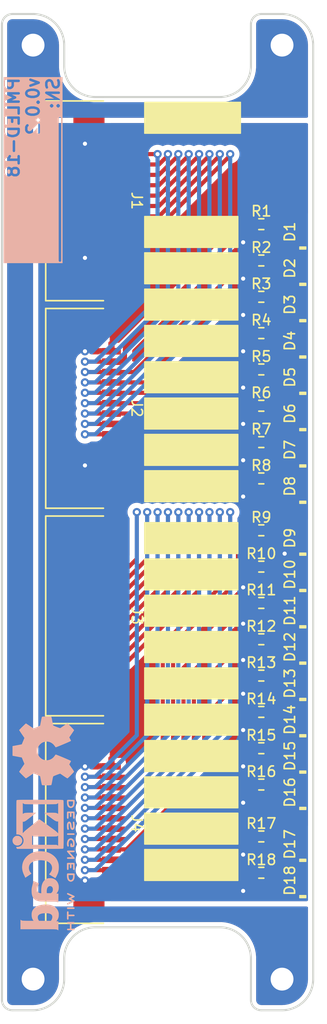
<source format=kicad_pcb>
(kicad_pcb (version 20241229) (generator "pcbnew") (generator_version "9.0")
  (title_block (title "${article} v${version}"))
  (layers (0 "F.Cu" signal) (2 "B.Cu" signal) (13 "F.Paste" user) (15 "B.Paste" user) (5 "F.SilkS" user "F.Silkscreen") (7 "B.SilkS" user "B.Silkscreen") (1 "F.Mask" user) (3 "B.Mask" user) (25 "Edge.Cuts" user))
  (property "article" "PMLED-18")
  (property "version" "0.0.2")
  (net 0 "")
  (net 1 "GND")
  (net 2 "Net-(D9-A)")
  (net 3 "Net-(D10-A)")
  (net 4 "Net-(D1-A)")
  (net 5 "Net-(D2-A)")
  (net 6 "Net-(D3-A)")
  (net 7 "Net-(D4-A)")
  (net 8 "Net-(D5-A)")
  (net 9 "Net-(D6-A)")
  (net 10 "Net-(D7-A)")
  (net 11 "Net-(D8-A)")
  (net 12 "Net-(D11-A)")
  (net 13 "Net-(D12-A)")
  (net 14 "Net-(D13-A)")
  (net 15 "Net-(D14-A)")
  (net 16 "Net-(D15-A)")
  (net 17 "Net-(D16-A)")
  (net 18 "Net-(D17-A)")
  (net 19 "Net-(D18-A)")
  (net 20 "/LEDa.2")
  (net 21 "/LEDa.3")
  (net 22 "/LEDa.4")
  (net 23 "/LEDa.7")
  (net 24 "/LEDa.5")
  (net 25 "/LEDa.0")
  (net 26 "/LEDa.1")
  (net 27 "/LEDa.6")
  (net 32 "/LEDb.6")
  (net 33 "/LEDc.0")
  (net 34 "/LEDb.0")
  (net 35 "/LEDb.2")
  (net 36 "/LEDb.5")
  (net 37 "/LEDb.1")
  (net 38 "/LEDc.1")
  (net 39 "/LEDb.4")
  (net 40 "/LEDb.7")
  (net 41 "/LEDb.3")
  (net 42 "PE")
  (footprint "kicad_inventree_lib:R_0603_1608Metric" (layer "F.Cu") (at 75.8 87.05)
    (property "Reference" "R5")
    (property "Value" "R")
  )
  (footprint "kicad_inventree_lib:XL-1606" (layer "F.Cu") (at 79.8 113.8 90)
    (property "Reference" "D12")
    (property "Value" "XL-1606SYGC" (hide yes))
  )
  (footprint "kicad_inventree_lib:R_0603_1608Metric" (layer "F.Cu") (at 75.8 106.05)
    (property "Reference" "R10")
    (property "Value" "R")
  )
  (footprint "kicad_inventree_lib:XL-1606" (layer "F.Cu") (at 79.8 77.3 90)
    (property "Reference" "D2")
    (property "Value" "XL-1606SYGC" (hide yes))
  )
  (footprint "kicad_inventree_lib:XL-1606" (layer "F.Cu") (at 79.8 80.8 90)
    (property "Reference" "D3")
    (property "Value" "XL-1606SYGC" (hide yes))
  )
  (footprint "kicad_inventree_lib:R_0603_1608Metric" (layer "F.Cu") (at 75.8 102.55)
    (property "Reference" "R9")
    (property "Value" "R")
  )
  (footprint "kicad_inventree_lib:R_0603_1608Metric" (layer "F.Cu") (at 75.8 80.05)
    (property "Reference" "R3")
    (property "Value" "R")
  )
  (footprint "kicad_inventree_lib:R_0603_1608Metric" (layer "F.Cu") (at 75.8 83.55)
    (property "Reference" "R4")
    (property "Value" "R")
  )
  (footprint "kicad_inventree_lib:CONN10_AFA07-S12_JUS" (layer "F.Cu") (at 57.8 70.8 -90)
    (property "Reference" "J1")
    (property "Value" "AFA07-S12FCC-00")
  )
  (footprint "kicad_inventree_lib:R_0603_1608Metric" (layer "F.Cu") (at 75.8 113.05)
    (property "Reference" "R12")
    (property "Value" "R")
  )
  (footprint "kicad_inventree_lib:XL-1606" (layer "F.Cu") (at 79.8 106.8 90)
    (property "Reference" "D10")
    (property "Value" "XL-1606SYGC" (hide yes))
  )
  (footprint "kicad_inventree_lib:R_0603_1608Metric" (layer "F.Cu") (at 75.8 120.05)
    (property "Reference" "R14")
    (property "Value" "R")
  )
  (footprint "kicad_inventree_lib:XL-1606" (layer "F.Cu") (at 79.8 98.3 90)
    (property "Reference" "D8")
    (property "Value" "XL-1606SYGC" (hide yes))
  )
  (footprint "kicad_inventree_lib:XL-1606" (layer "F.Cu") (at 79.8 132.8 90)
    (property "Reference" "D17")
    (property "Value" "XL-1606SYGC" (hide yes))
  )
  (footprint "kicad_inventree_lib:R_0603_1608Metric" (layer "F.Cu") (at 75.8 132.05)
    (property "Reference" "R17")
    (property "Value" "R")
  )
  (footprint "kicad_inventree_lib:XL-1606" (layer "F.Cu") (at 79.8 103.3 90)
    (property "Reference" "D9")
    (property "Value" "XL-1606SYGC" (hide yes))
  )
  (footprint "MountingHole:MountingHole_2.2mm_M2_Pad" (layer "F.Cu") (at 53.8 145.8)
    (property "Reference" "H5" (hide yes))
    (property "Value" "M4")
  )
  (footprint "kicad_inventree_lib:R_0603_1608Metric" (layer "F.Cu") (at 75.8 94.05)
    (property "Reference" "R7")
    (property "Value" "R")
  )
  (footprint "kicad_inventree_lib:R_0603_1608Metric" (layer "F.Cu") (at 75.8 135.55)
    (property "Reference" "R18")
    (property "Value" "R")
  )
  (footprint "kicad_inventree_lib:R_0603_1608Metric" (layer "F.Cu") (at 75.8 123.55)
    (property "Reference" "R15")
    (property "Value" "R")
  )
  (footprint "kicad_inventree_lib:R_0603_1608Metric" (layer "F.Cu") (at 75.8 127.05)
    (property "Reference" "R16")
    (property "Value" "R")
  )
  (footprint "kicad_inventree_lib:XL-1606" (layer "F.Cu") (at 79.8 110.3 90)
    (property "Reference" "D11")
    (property "Value" "XL-1606SYGC" (hide yes))
  )
  (footprint "kicad_inventree_lib:XL-1606" (layer "F.Cu") (at 79.8 94.8 90)
    (property "Reference" "D7")
    (property "Value" "XL-1606SYGC" (hide yes))
  )
  (footprint "kicad_inventree_lib:XL-1606" (layer "F.Cu") (at 79.8 73.8 90)
    (property "Reference" "D1")
    (property "Value" "XL-1606SYGC" (hide yes))
  )
  (footprint "kicad_inventree_lib:XL-1606" (layer "F.Cu") (at 79.8 84.3 90)
    (property "Reference" "D4")
    (property "Value" "XL-1606SYGC" (hide yes))
  )
  (footprint "kicad_inventree_lib:R_0603_1608Metric" (layer "F.Cu") (at 75.8 97.55)
    (property "Reference" "R8")
    (property "Value" "R")
  )
  (footprint "kicad_inventree_lib:XL-1606" (layer "F.Cu") (at 79.8 127.8 90)
    (property "Reference" "D16")
    (property "Value" "XL-1606SYGC" (hide yes))
  )
  (footprint "kicad_inventree_lib:R_0603_1608Metric" (layer "F.Cu") (at 75.8 109.55)
    (property "Reference" "R11")
    (property "Value" "R")
  )
  (footprint "MountingHole:MountingHole_2.2mm_M2_Pad" (layer "F.Cu") (at 53.8 55.8)
    (property "Reference" "H1" (hide yes))
    (property "Value" "M4")
  )
  (footprint "kicad_inventree_lib:R_0603_1608Metric" (layer "F.Cu") (at 75.8 90.55)
    (property "Reference" "R6")
    (property "Value" "R")
  )
  (footprint "kicad_inventree_lib:R_0603_1608Metric" (layer "F.Cu") (at 75.8 116.55)
    (property "Reference" "R13")
    (property "Value" "R")
  )
  (footprint "kicad_inventree_lib:XL-1606" (layer "F.Cu") (at 79.8 124.3 90)
    (property "Reference" "D15")
    (property "Value" "XL-1606SYGC" (hide yes))
  )
  (footprint "kicad_inventree_lib:CONN10_AFA07-S12_JUS" (layer "F.Cu") (at 57.8 110.8 -90)
    (property "Reference" "J3")
    (property "Value" "AFA07-S12FCC-00")
  )
  (footprint "kicad_inventree_lib:R_0603_1608Metric" (layer "F.Cu") (at 75.8 73.05)
    (property "Reference" "R1")
    (property "Value" "R")
  )
  (footprint "MountingHole:MountingHole_2.2mm_M2_Pad" (layer "F.Cu") (at 77.8 145.8)
    (property "Reference" "H3" (hide yes))
    (property "Value" "M4")
  )
  (footprint "kicad_inventree_lib:XL-1606" (layer "F.Cu") (at 79.8 136.3 90)
    (property "Reference" "D18")
    (property "Value" "XL-1606SYGC" (hide yes))
  )
  (footprint "kicad_inventree_lib:R_0603_1608Metric" (layer "F.Cu") (at 75.8 76.55)
    (property "Reference" "R2")
    (property "Value" "R")
  )
  (footprint "MountingHole:MountingHole_2.2mm_M2_Pad" (layer "F.Cu") (at 77.8 55.8)
    (property "Reference" "H2" (hide yes))
    (property "Value" "M4")
  )
  (footprint "kicad_inventree_lib:CONN10_AFA07-S12_JUS" (layer "F.Cu") (at 57.8 90.8 -90)
    (property "Reference" "J2")
    (property "Value" "AFA07-S12FCC-00")
  )
  (footprint "kicad_inventree_lib:XL-1606" (layer "F.Cu") (at 79.8 120.8 90)
    (property "Reference" "D14")
    (property "Value" "XL-1606SYGC" (hide yes))
  )
  (footprint "kicad_inventree_lib:XL-1606" (layer "F.Cu") (at 79.8 91.3 90)
    (property "Reference" "D6")
    (property "Value" "XL-1606SYGC" (hide yes))
  )
  (footprint "kicad_inventree_lib:CONN10_AFA07-S12_JUS" (layer "F.Cu") (at 57.8 130.8 -90)
    (property "Reference" "J4")
    (property "Value" "AFA07-S12FCC-00")
  )
  (footprint "kicad_inventree_lib:XL-1606" (layer "F.Cu") (at 79.8 117.3 90)
    (property "Reference" "D13")
    (property "Value" "XL-1606SYGC" (hide yes))
  )
  (footprint "kicad_inventree_lib:XL-1606" (layer "F.Cu") (at 79.8 87.8 90)
    (property "Reference" "D5")
    (property "Value" "XL-1606SYGC" (hide yes))
  )
  (footprint "Symbol:OSHW-Symbol_6.7x6mm_SilkScreen" (layer "B.Cu") (at 54.8 123.8 -90)
    (property "Reference" "REF**" (hide yes))
    (property "Value" "OSHW-Symbol_6.7x6mm_SilkScreen" (hide yes))
  )
  (footprint "Symbol:KiCad-Logo2_5mm_SilkScreen" (layer "B.Cu") (at 54.8 134.8 -90)
    (property "Reference" "Logo_kicad" (hide yes))
    (property "Value" "KiCad-Logo2_5mm_SilkScreen" (hide yes))
  )
  (gr_rect (start 64.55 112.3) (end 73.55 115.3) (stroke (width 0.1)) (fill yes) (layer "F.SilkS"))
  (gr_rect (start 64.55 75.8) (end 73.55 78.8) (stroke (width 0.1)) (fill yes) (layer "F.SilkS"))
  (gr_rect (start 64.55 72.3) (end 73.55 75.3) (stroke (width 0.1)) (fill yes) (layer "F.SilkS"))
  (gr_rect (start 64.55 82.8) (end 73.55 85.8) (stroke (width 0.1)) (fill yes) (layer "F.SilkS"))
  (gr_rect (start 64.55 86.3) (end 73.55 89.3) (stroke (width 0.1)) (fill yes) (layer "F.SilkS"))
  (gr_rect (start 64.55 133.3) (end 73.55 136.3) (stroke (width 0.1)) (fill yes) (layer "F.SilkS"))
  (gr_rect (start 64.55 79.3) (end 73.55 82.3) (stroke (width 0.1)) (fill yes) (layer "F.SilkS"))
  (gr_rect (start 64.55 126.3) (end 73.55 129.3) (stroke (width 0.1)) (fill yes) (layer "F.SilkS"))
  (gr_rect (start 64.55 122.8) (end 73.55 125.8) (stroke (width 0.1)) (fill yes) (layer "F.SilkS"))
  (gr_rect (start 64.55 115.8) (end 73.55 118.8) (stroke (width 0.1)) (fill yes) (layer "F.SilkS"))
  (gr_rect (start 64.55 89.8) (end 73.55 92.8) (stroke (width 0.1)) (fill yes) (layer "F.SilkS"))
  (gr_rect (start 64.55 101.8) (end 73.55 104.8) (stroke (width 0.1)) (fill yes) (layer "F.SilkS"))
  (gr_rect (start 64.55 61.3) (end 73.8 64.3) (stroke (width 0.1)) (fill yes) (layer "F.SilkS"))
  (gr_rect (start 64.55 105.3) (end 73.55 108.3) (stroke (width 0.1)) (fill yes) (layer "F.SilkS"))
  (gr_rect (start 64.55 129.8) (end 73.55 132.8) (stroke (width 0.1)) (fill yes) (layer "F.SilkS"))
  (gr_rect (start 64.55 93.3) (end 73.55 96.3) (stroke (width 0.1)) (fill yes) (layer "F.SilkS"))
  (gr_rect (start 64.55 119.3) (end 73.55 122.3) (stroke (width 0.1)) (fill yes) (layer "F.SilkS"))
  (gr_rect (start 64.55 96.8) (end 73.55 99.8) (stroke (width 0.1)) (fill yes) (layer "F.SilkS"))
  (gr_rect (start 64.55 108.8) (end 73.55 111.8) (stroke (width 0.1)) (fill yes) (layer "F.SilkS"))
  (gr_arc (start 59.799999 60.800001) (mid 57.678679 59.921321) (end 56.799999 57.800001) (stroke (width 0.2)) (layer "Edge.Cuts"))
  (gr_line (start 80.8 145.8) (end 80.8 55.8) (stroke (width 0.2)) (layer "Edge.Cuts"))
  (gr_arc (start 53.8 52.8) (mid 55.92132 53.67868) (end 56.8 55.8) (stroke (width 0.2)) (layer "Edge.Cuts"))
  (gr_arc (start 56.8 143.8) (mid 57.67868 141.67868) (end 59.8 140.8) (stroke (width 0.2)) (layer "Edge.Cuts"))
  (gr_arc (start 74.800001 57.800001) (mid 73.921321 59.921321) (end 71.800001 60.800001) (stroke (width 0.2)) (layer "Edge.Cuts"))
  (gr_arc (start 77.8 52.8) (mid 79.92132 53.67868) (end 80.8 55.8) (stroke (width 0.2)) (layer "Edge.Cuts"))
  (gr_line (start 75.800001 148.799999) (end 77.8 148.8) (stroke (width 0.2)) (layer "Edge.Cuts"))
  (gr_arc (start 56.8 145.8) (mid 55.92132 147.92132) (end 53.8 148.8) (stroke (width 0.2)) (layer "Edge.Cuts"))
  (gr_arc (start 71.8 140.8) (mid 73.92132 141.67868) (end 74.8 143.8) (stroke (width 0.2)) (layer "Edge.Cuts"))
  (gr_line (start 75.8 52.800001) (end 77.799999 52.800001) (stroke (width 0.2)) (layer "Edge.Cuts"))
  (gr_line (start 56.8 57.8) (end 56.799999 55.799999) (stroke (width 0.2)) (layer "Edge.Cuts"))
  (gr_arc (start 75.800001 148.799999) (mid 75.092894 148.507106) (end 74.800001 147.799999) (stroke (width 0.2)) (layer "Edge.Cuts"))
  (gr_line (start 50.8 53.8) (end 50.8 147.799999) (stroke (width 0.2)) (layer "Edge.Cuts"))
  (gr_arc (start 74.800001 53.800001) (mid 75.092894 53.092894) (end 75.800001 52.800001) (stroke (width 0.2)) (layer "Edge.Cuts"))
  (gr_arc (start 80.8 145.8) (mid 79.92132 147.92132) (end 77.8 148.8) (stroke (width 0.2)) (layer "Edge.Cuts"))
  (gr_line (start 51.8 148.8) (end 53.8 148.8) (stroke (width 0.2)) (layer "Edge.Cuts"))
  (gr_line (start 74.8 57.800001) (end 74.799999 53.8) (stroke (width 0.2)) (layer "Edge.Cuts"))
  (gr_line (start 59.8 140.8) (end 71.8 140.8) (stroke (width 0.2)) (layer "Edge.Cuts"))
  (gr_line (start 56.799999 145.8) (end 56.8 143.799999) (stroke (width 0.2)) (layer "Edge.Cuts"))
  (gr_arc (start 50.800001 53.8) (mid 51.092894 53.092893) (end 51.800001 52.8) (stroke (width 0.2)) (layer "Edge.Cuts"))
  (gr_line (start 74.799999 147.8) (end 74.8 143.8) (stroke (width 0.2)) (layer "Edge.Cuts"))
  (gr_line (start 51.8 52.8) (end 53.8 52.8) (stroke (width 0.2)) (layer "Edge.Cuts"))
  (gr_arc (start 51.800001 148.799999) (mid 51.092894 148.507106) (end 50.800001 147.799999) (stroke (width 0.2)) (layer "Edge.Cuts"))
  (gr_line (start 59.8 60.800001) (end 71.8 60.800001) (stroke (width 0.2)) (layer "Edge.Cuts"))
  (gr_text "${article}\nv${version}\nSN: _______________" (at 53.8 58.8 90) (layer "B.SilkS" knockout) (effects (font (size 1.2 1.2) (thickness 0.24) (bold yes)) (justify left mirror)))
  (segment (start 79.735 74.8) (end 79.8 74.735) (width 0.3) (layer "F.Cu") (net 1))
  (via (at 74.05 115.05) (size 0.8) (drill 0.4) (layers "F.Cu" "B.Cu") (net 1))
  (via (at 74.05 95.8) (size 0.8) (drill 0.4) (layers "F.Cu" "B.Cu") (net 1))
  (via (at 74.05 92.3) (size 0.8) (drill 0.4) (layers "F.Cu" "B.Cu") (net 1))
  (via (at 58.8 125.3) (size 0.8) (drill 0.4) (layers "F.Cu" "B.Cu") (net 1))
  (via (at 74.05 111.55) (size 0.8) (drill 0.4) (layers "F.Cu" "B.Cu") (net 1))
  (via (at 74.05 78.3) (size 0.8) (drill 0.4) (layers "F.Cu" "B.Cu") (net 1))
  (via (at 74.05 99.3) (size 0.8) (drill 0.4) (layers "F.Cu" "B.Cu") (net 1))
  (via (at 58.8 85.3) (size 0.8) (drill 0.4) (layers "F.Cu" "B.Cu") (net 1))
  (via (at 74.05 133.8) (size 0.8) (drill 0.4) (layers "F.Cu" "B.Cu") (net 1))
  (via (at 58.8 65.3) (size 0.8) (drill 0.4) (layers "F.Cu" "B.Cu") (net 1))
  (via (at 74.05 88.8) (size 0.8) (drill 0.4) (layers "F.Cu" "B.Cu") (net 1))
  (via (at 74.05 108.05) (size 0.8) (drill 0.4) (layers "F.Cu" "B.Cu") (net 1))
  (via (at 58.8 76.3) (size 0.8) (drill 0.4) (layers "F.Cu" "B.Cu") (net 1))
  (via (at 58.8 136.3) (size 0.8) (drill 0.4) (layers "F.Cu" "B.Cu") (net 1))
  (via (at 74.05 81.8) (size 0.8) (drill 0.4) (layers "F.Cu" "B.Cu") (net 1))
  (via (at 78.05 104.8) (size 0.8) (drill 0.4) (layers "F.Cu" "B.Cu") (net 1))
  (via (at 58.8 96.3) (size 0.8) (drill 0.4) (layers "F.Cu" "B.Cu") (net 1))
  (via (at 74.05 125.3) (size 0.8) (drill 0.4) (layers "F.Cu" "B.Cu") (net 1))
  (via (at 74.05 74.8) (size 0.8) (drill 0.4) (layers "F.Cu" "B.Cu") (net 1))
  (via (at 74.05 121.8) (size 0.8) (drill 0.4) (layers "F.Cu" "B.Cu") (net 1))
  (via (at 74.05 85.3) (size 0.8) (drill 0.4) (layers "F.Cu" "B.Cu") (net 1))
  (via (at 74.05 118.3) (size 0.8) (drill 0.4) (layers "F.Cu" "B.Cu") (net 1))
  (via (at 74.05 137.3) (size 0.8) (drill 0.4) (layers "F.Cu" "B.Cu") (net 1))
  (via (at 74.05 128.8) (size 0.8) (drill 0.4) (layers "F.Cu" "B.Cu") (net 1))
  (segment (start 79.735 102.55) (end 79.8 102.485) (width 0.3) (layer "F.Cu") (net 2))
  (segment (start 76.625 102.55) (end 79.735 102.55) (width 0.4) (layer "F.Cu") (net 2))
  (segment (start 79.735 106.05) (end 79.8 105.985) (width 0.3) (layer "F.Cu") (net 3))
  (segment (start 76.625 106.05) (end 79.735 106.05) (width 0.4) (layer "F.Cu") (net 3))
  (segment (start 79.735 73.05) (end 79.8 72.985) (width 0.3) (layer "F.Cu") (net 4))
  (segment (start 76.625 73.05) (end 79.735 73.05) (width 0.4) (layer "F.Cu") (net 4))
  (segment (start 79.735 76.55) (end 79.8 76.485) (width 0.3) (layer "F.Cu") (net 5))
  (segment (start 76.625 76.55) (end 79.735 76.55) (width 0.4) (layer "F.Cu") (net 5))
  (segment (start 76.625 80.05) (end 79.735 80.05) (width 0.4) (layer "F.Cu") (net 6))
  (segment (start 79.735 80.05) (end 79.8 79.985) (width 0.3) (layer "F.Cu") (net 6))
  (segment (start 79.735 83.55) (end 79.8 83.485) (width 0.3) (layer "F.Cu") (net 7))
  (segment (start 76.625 83.55) (end 79.735 83.55) (width 0.4) (layer "F.Cu") (net 7))
  (segment (start 76.625 87.05) (end 79.735 87.05) (width 0.4) (layer "F.Cu") (net 8))
  (segment (start 79.735 87.05) (end 79.8 86.985) (width 0.3) (layer "F.Cu") (net 8))
  (segment (start 76.625 90.55) (end 79.735 90.55) (width 0.4) (layer "F.Cu") (net 9))
  (segment (start 79.735 90.55) (end 79.8 90.485) (width 0.3) (layer "F.Cu") (net 9))
  (segment (start 76.625 94.05) (end 79.735 94.05) (width 0.4) (layer "F.Cu") (net 10))
  (segment (start 79.735 94.05) (end 79.8 93.985) (width 0.3) (layer "F.Cu") (net 10))
  (segment (start 79.735 97.55) (end 79.8 97.485) (width 0.3) (layer "F.Cu") (net 11))
  (segment (start 76.625 97.55) (end 79.735 97.55) (width 0.4) (layer "F.Cu") (net 11))
  (segment (start 79.735 109.55) (end 79.8 109.485) (width 0.3) (layer "F.Cu") (net 12))
  (segment (start 76.625 109.55) (end 79.735 109.55) (width 0.4) (layer "F.Cu") (net 12))
  (segment (start 79.735 113.05) (end 79.8 112.985) (width 0.3) (layer "F.Cu") (net 13))
  (segment (start 76.625 113.05) (end 79.735 113.05) (width 0.4) (layer "F.Cu") (net 13))
  (segment (start 79.735 116.55) (end 79.8 116.485) (width 0.3) (layer "F.Cu") (net 14))
  (segment (start 76.625 116.55) (end 79.735 116.55) (width 0.4) (layer "F.Cu") (net 14))
  (segment (start 79.735 120.05) (end 79.8 119.985) (width 0.3) (layer "F.Cu") (net 15))
  (segment (start 76.625 120.05) (end 79.735 120.05) (width 0.4) (layer "F.Cu") (net 15))
  (segment (start 79.735 123.55) (end 79.8 123.485) (width 0.3) (layer "F.Cu") (net 16))
  (segment (start 76.625 123.55) (end 79.735 123.55) (width 0.4) (layer "F.Cu") (net 16))
  (segment (start 76.625 127.05) (end 79.735 127.05) (width 0.4) (layer "F.Cu") (net 17))
  (segment (start 79.735 127.05) (end 79.8 126.985) (width 0.3) (layer "F.Cu") (net 17))
  (segment (start 79.735 132.05) (end 79.8 131.985) (width 0.3) (layer "F.Cu") (net 18))
  (segment (start 76.625 132.05) (end 79.735 132.05) (width 0.4) (layer "F.Cu") (net 18))
  (segment (start 79.735 135.55) (end 79.8 135.485) (width 0.3) (layer "F.Cu") (net 19))
  (segment (start 76.625 135.55) (end 79.735 135.55) (width 0.4) (layer "F.Cu") (net 19))
  (segment (start 75.027218 80.05) (end 74.975 80.05) (width 0.4) (layer "F.Cu") (net 20))
  (segment (start 61.356 88.300002) (end 66.049998 88.300002) (width 0.4) (layer "F.Cu") (net 20))
  (segment (start 74.3 80.05) (end 74.975 80.05) (width 0.4) (layer "F.Cu") (net 20))
  (segment (start 65.932784 68.300002) (end 67.8 66.432786) (width 0.4) (layer "F.Cu") (net 20))
  (segment (start 67.8 66.432786) (end 67.8 66.3) (width 0.4) (layer "F.Cu") (net 20))
  (segment (start 58.8 88.3) (end 61.355994 88.3) (width 0.4) (layer "F.Cu") (net 20))
  (segment (start 61.356 68.300002) (end 65.932784 68.300002) (width 0.4) (layer "F.Cu") (net 20))
  (segment (start 66.049998 88.300002) (end 74.3 80.05) (width 0.4) (layer "F.Cu") (net 20))
  (via (at 67.8 66.3) (size 0.8) (drill 0.4) (layers "F.Cu" "B.Cu") (net 20))
  (via (at 58.8 88.3) (size 0.8) (drill 0.4) (layers "F.Cu" "B.Cu") (net 20))
  (segment (start 67.8 80.3) (end 67.8 66.3) (width 0.4) (layer "B.Cu") (net 20))
  (segment (start 59.8 88.3) (end 67.8 80.3) (width 0.4) (layer "B.Cu") (net 20))
  (segment (start 58.8 88.3) (end 59.8 88.3) (width 0.4) (layer "B.Cu") (net 20))
  (segment (start 68.8 66.432786) (end 68.8 66.3) (width 0.4) (layer "F.Cu") (net 21))
  (segment (start 75.027218 83.55) (end 74.975 83.55) (width 0.4) (layer "F.Cu") (net 21))
  (segment (start 73.8 83.55) (end 74.975 83.55) (width 0.4) (layer "F.Cu") (net 21))
  (segment (start 61.356 69.3) (end 65.932786 69.3) (width 0.4) (layer "F.Cu") (net 21))
  (segment (start 58.8 89.3) (end 61.355994 89.3) (width 0.4) (layer "F.Cu") (net 21))
  (segment (start 65.932786 69.3) (end 68.8 66.432786) (width 0.4) (layer "F.Cu") (net 21))
  (segment (start 61.356 89.3) (end 68.05 89.3) (width 0.4) (layer "F.Cu") (net 21))
  (segment (start 68.05 89.3) (end 73.8 83.55) (width 0.4) (layer "F.Cu") (net 21))
  (via (at 58.8 89.3) (size 0.8) (drill 0.4) (layers "F.Cu" "B.Cu") (net 21))
  (via (at 68.8 66.3) (size 0.8) (drill 0.4) (layers "F.Cu" "B.Cu") (net 21))
  (segment (start 59.8 89.3) (end 58.8 89.3) (width 0.4) (layer "B.Cu") (net 21))
  (segment (start 68.8 80.3) (end 59.8 89.3) (width 0.4) (layer "B.Cu") (net 21))
  (segment (start 68.8 66.3) (end 68.8 80.3) (width 0.4) (layer "B.Cu") (net 21))
  (segment (start 69.8 66.432786) (end 69.8 66.3) (width 0.4) (layer "F.Cu") (net 22))
  (segment (start 75.027218 87.05) (end 74.975 87.05) (width 0.4) (layer "F.Cu") (net 22))
  (segment (start 61.356 70.3) (end 65.932786 70.3) (width 0.4) (layer "F.Cu") (net 22))
  (segment (start 65.932786 70.3) (end 69.8 66.432786) (width 0.4) (layer "F.Cu") (net 22))
  (segment (start 58.8 90.3) (end 61.355994 90.3) (width 0.4) (layer "F.Cu") (net 22))
  (segment (start 74.05 87.05) (end 74.975 87.05) (width 0.4) (layer "F.Cu") (net 22))
  (segment (start 70.8 90.3) (end 74.05 87.05) (width 0.4) (layer "F.Cu") (net 22))
  (segment (start 61.356 90.3) (end 70.8 90.3) (width 0.4) (layer "F.Cu") (net 22))
  (via (at 58.8 90.3) (size 0.8) (drill 0.4) (layers "F.Cu" "B.Cu") (net 22))
  (via (at 69.8 66.3) (size 0.8) (drill 0.4) (layers "F.Cu" "B.Cu") (net 22))
  (segment (start 58.8 90.3) (end 59.8 90.3) (width 0.4) (layer "B.Cu") (net 22))
  (segment (start 59.8 90.3) (end 69.8 80.3) (width 0.4) (layer "B.Cu") (net 22))
  (segment (start 69.8 80.3) (end 69.8 66.3) (width 0.4) (layer "B.Cu") (net 22))
  (segment (start 75.027218 97.55) (end 74.975 97.55) (width 0.4) (layer "F.Cu") (net 23))
  (segment (start 73.55 97.55) (end 74.975 97.55) (width 0.4) (layer "F.Cu") (net 23))
  (segment (start 72.8 66.432786) (end 72.8 66.3) (width 0.4) (layer "F.Cu") (net 23))
  (segment (start 69.299998 93.299998) (end 73.55 97.55) (width 0.4) (layer "F.Cu") (net 23))
  (segment (start 65.932788 73.299998) (end 72.8 66.432786) (width 0.4) (layer "F.Cu") (net 23))
  (segment (start 58.8 93.3) (end 61.355994 93.3) (width 0.4) (layer "F.Cu") (net 23))
  (segment (start 61.356 93.299998) (end 69.299998 93.299998) (width 0.4) (layer "F.Cu") (net 23))
  (segment (start 61.356 73.299998) (end 65.932788 73.299998) (width 0.4) (layer "F.Cu") (net 23))
  (via (at 72.8 66.3) (size 0.8) (drill 0.4) (layers "F.Cu" "B.Cu") (net 23))
  (via (at 58.8 93.3) (size 0.8) (drill 0.4) (layers "F.Cu" "B.Cu") (net 23))
  (segment (start 59.8 93.3) (end 72.8 80.3) (width 0.4) (layer "B.Cu") (net 23))
  (segment (start 58.8 93.3) (end 59.8 93.3) (width 0.4) (layer "B.Cu") (net 23))
  (segment (start 72.8 80.3) (end 72.8 66.3) (width 0.4) (layer "B.Cu") (net 23))
  (segment (start 74.225 91.3) (end 74.975 90.55) (width 0.4) (layer "F.Cu") (net 24))
  (segment (start 65.932786 71.3) (end 70.8 66.432786) (width 0.4) (layer "F.Cu") (net 24))
  (segment (start 61.356 71.3) (end 65.932786 71.3) (width 0.4) (layer "F.Cu") (net 24))
  (segment (start 58.8 91.3) (end 61.355994 91.3) (width 0.4) (layer "F.Cu") (net 24))
  (segment (start 75.027218 90.55) (end 74.975 90.55) (width 0.4) (layer "F.Cu") (net 24))
  (segment (start 70.8 66.432786) (end 70.8 66.3) (width 0.4) (layer "F.Cu") (net 24))
  (segment (start 61.356 91.3) (end 74.225 91.3) (width 0.4) (layer "F.Cu") (net 24))
  (via (at 70.8 66.3) (size 0.8) (drill 0.4) (layers "F.Cu" "B.Cu") (net 24))
  (via (at 58.8 91.3) (size 0.8) (drill 0.4) (layers "F.Cu" "B.Cu") (net 24))
  (segment (start 58.8 91.3) (end 59.8 91.3) (width 0.4) (layer "B.Cu") (net 24))
  (segment (start 70.8 80.3) (end 70.8 66.3) (width 0.4) (layer "B.Cu") (net 24))
  (segment (start 59.8 91.3) (end 70.8 80.3) (width 0.4) (layer "B.Cu") (net 24))
  (segment (start 62.377202 86.300006) (end 62.6587 86.018508) (width 0.4) (layer "F.Cu") (net 25))
  (segment (start 61.356 86.300006) (end 62.377202 86.300006) (width 0.4) (layer "F.Cu") (net 25))
  (segment (start 74.5125 73.05) (end 74.975 73.05) (width 0.4) (layer "F.Cu") (net 25))
  (segment (start 58.8 86.3) (end 61.355994 86.3) (width 0.4) (layer "F.Cu") (net 25))
  (segment (start 65.799994 66.300006) (end 65.8 66.3) (width 0.4) (layer "F.Cu") (net 25))
  (segment (start 62.6587 84.9038) (end 74.5125 73.05) (width 0.4) (layer "F.Cu") (net 25))
  (segment (start 61.356 66.300006) (end 65.799994 66.300006) (width 0.4) (layer "F.Cu") (net 25))
  (segment (start 62.6587 86.018508) (end 62.6587 84.9038) (width 0.4) (layer "F.Cu") (net 25))
  (segment (start 61.355994 66.3) (end 61.356 66.300006) (width 0.4) (layer "F.Cu") (net 25))
  (segment (start 75.027218 73.05) (end 74.975 73.05) (width 0.4) (layer "F.Cu") (net 25))
  (via (at 58.8 86.3) (size 0.8) (drill 0.4) (layers "F.Cu" "B.Cu") (net 25))
  (via (at 65.8 66.3) (size 0.8) (drill 0.4) (layers "F.Cu" "B.Cu") (net 25))
  (segment (start 59.8 86.3) (end 65.8 80.3) (width 0.4) (layer "B.Cu") (net 25))
  (segment (start 58.8 86.3) (end 59.8 86.3) (width 0.4) (layer "B.Cu") (net 25))
  (segment (start 65.8 80.3) (end 65.8 66.3) (width 0.4) (layer "B.Cu") (net 25))
  (segment (start 74.2625 76.55) (end 74.975 76.55) (width 0.4) (layer "F.Cu") (net 26))
  (segment (start 58.8 87.3) (end 61.355994 87.3) (width 0.4) (layer "F.Cu") (net 26))
  (segment (start 63.512496 87.300004) (end 74.2625 76.55) (width 0.4) (layer "F.Cu") (net 26))
  (segment (start 66.8 66.432786) (end 66.8 66.3) (width 0.4) (layer "F.Cu") (net 26))
  (segment (start 65.932782 67.300004) (end 66.8 66.432786) (width 0.4) (layer "F.Cu") (net 26))
  (segment (start 75.027218 76.55) (end 74.975 76.55) (width 0.4) (layer "F.Cu") (net 26))
  (segment (start 61.356 87.300004) (end 63.512496 87.300004) (width 0.4) (layer "F.Cu") (net 26))
  (segment (start 61.356 67.300004) (end 65.932782 67.300004) (width 0.4) (layer "F.Cu") (net 26))
  (via (at 58.8 87.3) (size 0.8) (drill 0.4) (layers "F.Cu" "B.Cu") (net 26))
  (via (at 66.8 66.3) (size 0.8) (drill 0.4) (layers "F.Cu" "B.Cu") (net 26))
  (segment (start 66.8 66.3) (end 66.8 80.3) (width 0.4) (layer "B.Cu") (net 26))
  (segment (start 59.8 87.3) (end 58.8 87.3) (width 0.4) (layer "B.Cu") (net 26))
  (segment (start 66.8 80.3) (end 59.8 87.3) (width 0.4) (layer "B.Cu") (net 26))
  (segment (start 58.8 92.3) (end 61.355994 92.3) (width 0.4) (layer "F.Cu") (net 27))
  (segment (start 65.932786 72.3) (end 71.8 66.432786) (width 0.4) (layer "F.Cu") (net 27))
  (segment (start 71.8 66.432786) (end 71.8 66.3) (width 0.4) (layer "F.Cu") (net 27))
  (segment (start 73.8 94.05) (end 74.975 94.05) (width 0.4) (layer "F.Cu") (net 27))
  (segment (start 72.05 92.3) (end 73.8 94.05) (width 0.4) (layer "F.Cu") (net 27))
  (segment (start 75.027218 94.05) (end 74.975 94.05) (width 0.4) (layer "F.Cu") (net 27))
  (segment (start 61.356 72.3) (end 65.932786 72.3) (width 0.4) (layer "F.Cu") (net 27))
  (segment (start 61.356 92.3) (end 72.05 92.3) (width 0.4) (layer "F.Cu") (net 27))
  (via (at 71.8 66.3) (size 0.8) (drill 0.4) (layers "F.Cu" "B.Cu") (net 27))
  (via (at 58.8 92.3) (size 0.8) (drill 0.4) (layers "F.Cu" "B.Cu") (net 27))
  (segment (start 71.8 66.3) (end 71.8 80.3) (width 0.4) (layer "B.Cu") (net 27))
  (segment (start 59.8 92.3) (end 58.8 92.3) (width 0.4) (layer "B.Cu") (net 27))
  (segment (start 71.8 80.3) (end 59.8 92.3) (width 0.4) (layer "B.Cu") (net 27))
  (segment (start 69.8 105.3) (end 69.8 100.8) (width 0.4) (layer "F.Cu") (net 32))
  (segment (start 58.8 132.3) (end 61.355994 132.3) (width 0.4) (layer "F.Cu") (net 32))
  (segment (start 61.356 132.3) (end 62.8 132.3) (width 0.4) (layer "F.Cu") (net 32))
  (segment (start 71.55 123.55) (end 74.975 123.55) (width 0.4) (layer "F.Cu") (net 32))
  (segment (start 75.027218 123.55) (end 74.975 123.55) (width 0.4) (layer "F.Cu") (net 32))
  (segment (start 62.8 112.3) (end 69.8 105.3) (width 0.4) (layer "F.Cu") (net 32))
  (segment (start 61.356 112.3) (end 62.8 112.3) (width 0.4) (layer "F.Cu") (net 32))
  (segment (start 62.8 132.3) (end 71.55 123.55) (width 0.4) (layer "F.Cu") (net 32))
  (via (at 69.8 100.8) (size 0.8) (drill 0.4) (layers "F.Cu" "B.Cu") (net 32))
  (via (at 58.8 132.3) (size 0.8) (drill 0.4) (layers "F.Cu" "B.Cu") (net 32))
  (segment (start 69.8 122.3) (end 59.8 132.3) (width 0.4) (layer "B.Cu") (net 32))
  (segment (start 59.8 132.3) (end 58.8 132.3) (width 0.4) (layer "B.Cu") (net 32))
  (segment (start 69.8 100.8) (end 69.8 122.3) (width 0.4) (layer "B.Cu") (net 32))
  (segment (start 71.550004 134.299996) (end 73.8 132.05) (width 0.4) (layer "F.Cu") (net 33))
  (segment (start 73.8 132.05) (end 74.975 132.05) (width 0.4) (layer "F.Cu") (net 33))
  (segment (start 61.356 114.299996) (end 62.800004 114.299996) (width 0.4) (layer "F.Cu") (net 33))
  (segment (start 62.800004 114.299996) (end 71.8 105.3) (width 0.4) (layer "F.Cu") (net 33))
  (segment (start 58.8 134.3) (end 61.355994 134.3) (width 0.4) (layer "F.Cu") (net 33))
  (segment (start 61.356 134.299996) (end 71.550004 134.299996) (width 0.4) (layer "F.Cu") (net 33))
  (segment (start 71.8 105.3) (end 71.8 100.8) (width 0.4) (layer "F.Cu") (net 33))
  (segment (start 74.975 132.05) (end 75.027218 132.05) (width 0.4) (layer "F.Cu") (net 33))
  (via (at 71.8 100.8) (size 0.8) (drill 0.4) (layers "F.Cu" "B.Cu") (net 33))
  (via (at 58.8 134.3) (size 0.8) (drill 0.4) (layers "F.Cu" "B.Cu") (net 33))
  (segment (start 71.8 122.3) (end 71.8 100.8) (width 0.4) (layer "B.Cu") (net 33))
  (segment (start 59.8 134.3) (end 71.8 122.3) (width 0.4) (layer "B.Cu") (net 33))
  (segment (start 58.8 134.3) (end 59.8 134.3) (width 0.4) (layer "B.Cu") (net 33))
  (segment (start 61.356 126.300006) (end 62.799994 126.300006) (width 0.4) (layer "F.Cu") (net 34))
  (segment (start 62.799994 106.300006) (end 63.8 105.3) (width 0.4) (layer "F.Cu") (net 34))
  (segment (start 73.55 103.975) (end 74.975 102.55) (width 0.4) (layer "F.Cu") (net 34))
  (segment (start 62.799994 126.300006) (end 66.3 122.8) (width 0.4) (layer "F.Cu") (net 34))
  (segment (start 63.8 105.3) (end 63.8 100.8) (width 0.4) (layer "F.Cu") (net 34))
  (segment (start 73.55 106.3) (end 73.55 103.975) (width 0.4) (layer "F.Cu") (net 34))
  (segment (start 61.356 106.300006) (end 62.799994 106.300006) (width 0.4) (layer "F.Cu") (net 34))
  (segment (start 66.3 122.8) (end 66.3 113.55) (width 0.4) (layer "F.Cu") (net 34))
  (segment (start 58.8 126.3) (end 61.355994 126.3) (width 0.4) (layer "F.Cu") (net 34))
  (segment (start 74.975 102.55) (end 75.027218 102.55) (width 0.4) (layer "F.Cu") (net 34))
  (segment (start 66.3 113.55) (end 73.55 106.3) (width 0.4) (layer "F.Cu") (net 34))
  (via (at 63.8 100.8) (size 0.8) (drill 0.4) (layers "F.Cu" "B.Cu") (net 34))
  (via (at 58.8 126.3) (size 0.8) (drill 0.4) (layers "F.Cu" "B.Cu") (net 34))
  (segment (start 59.8 126.3) (end 58.8 126.3) (width 0.4) (layer "B.Cu") (net 34))
  (segment (start 63.8 100.8) (end 63.8 122.3) (width 0.4) (layer "B.Cu") (net 34))
  (segment (start 63.8 122.3) (end 59.8 126.3) (width 0.4) (layer "B.Cu") (net 34))
  (segment (start 74.55 109.55) (end 74.975 109.55) (width 0.4) (layer "F.Cu") (net 35))
  (segment (start 74.975 109.55) (end 75.027218 109.55) (width 0.4) (layer "F.Cu") (net 35))
  (segment (start 62.799998 128.300002) (end 68.3 122.8) (width 0.4) (layer "F.Cu") (net 35))
  (segment (start 58.8 128.3) (end 61.355994 128.3) (width 0.4) (layer "F.Cu") (net 35))
  (segment (start 68.3 122.8) (end 68.3 115.8) (width 0.4) (layer "F.Cu") (net 35))
  (segment (start 68.3 115.8) (end 74.55 109.55) (width 0.4) (layer "F.Cu") (net 35))
  (segment (start 65.8 105.3) (end 65.8 100.8) (width 0.4) (layer "F.Cu") (net 35))
  (segment (start 61.356 108.300002) (end 62.799998 108.300002) (width 0.4) (layer "F.Cu") (net 35))
  (segment (start 62.799998 108.300002) (end 65.8 105.3) (width 0.4) (layer "F.Cu") (net 35))
  (segment (start 61.356 128.300002) (end 62.799998 128.300002) (width 0.4) (layer "F.Cu") (net 35))
  (via (at 58.8 128.3) (size 0.8) (drill 0.4) (layers "F.Cu" "B.Cu") (net 35))
  (via (at 65.8 100.8) (size 0.8) (drill 0.4) (layers "F.Cu" "B.Cu") (net 35))
  (segment (start 65.8 100.8) (end 65.8 122.3) (width 0.4) (layer "B.Cu") (net 35))
  (segment (start 59.8 128.3) (end 58.8 128.3) (width 0.4) (layer "B.Cu") (net 35))
  (segment (start 65.8 122.3) (end 59.8 128.3) (width 0.4) (layer "B.Cu") (net 35))
  (segment (start 74.05 120.05) (end 74.975 120.05) (width 0.4) (layer "F.Cu") (net 36))
  (segment (start 58.8 131.3) (end 61.355994 131.3) (width 0.4) (layer "F.Cu") (net 36))
  (segment (start 75.027218 120.05) (end 74.975 120.05) (width 0.4) (layer "F.Cu") (net 36))
  (segment (start 61.356 131.3) (end 62.8 131.3) (width 0.4) (layer "F.Cu") (net 36))
  (segment (start 68.8 105.3) (end 68.8 100.8) (width 0.4) (layer "F.Cu") (net 36))
  (segment (start 61.356 111.3) (end 62.8 111.3) (width 0.4) (layer "F.Cu") (net 36))
  (segment (start 62.8 131.3) (end 74.05 120.05) (width 0.4) (layer "F.Cu") (net 36))
  (segment (start 62.8 111.3) (end 68.8 105.3) (width 0.4) (layer "F.Cu") (net 36))
  (via (at 58.8 131.3) (size 0.8) (drill 0.4) (layers "F.Cu" "B.Cu") (net 36))
  (via (at 68.8 100.8) (size 0.8) (drill 0.4) (layers "F.Cu" "B.Cu") (net 36))
  (segment (start 59.8 131.3) (end 68.8 122.3) (width 0.4) (layer "B.Cu") (net 36))
  (segment (start 68.8 122.3) (end 68.8 100.8) (width 0.4) (layer "B.Cu") (net 36))
  (segment (start 58.8 131.3) (end 59.8 131.3) (width 0.4) (layer "B.Cu") (net 36))
  (segment (start 74.8875 106.05) (end 74.975 106.05) (width 0.4) (layer "F.Cu") (net 37))
  (segment (start 74.975 106.05) (end 75.027218 106.05) (width 0.4) (layer "F.Cu") (net 37))
  (segment (start 62.799996 107.300004) (end 64.8 105.3) (width 0.4) (layer "F.Cu") (net 37))
  (segment (start 61.356 107.300004) (end 62.799996 107.300004) (width 0.4) (layer "F.Cu") (net 37))
  (segment (start 58.8 127.3) (end 61.355994 127.3) (width 0.4) (layer "F.Cu") (net 37))
  (segment (start 67.3 113.6375) (end 74.8875 106.05) (width 0.4) (layer "F.Cu") (net 37))
  (segment (start 62.799996 127.300004) (end 67.3 122.8) (width 0.4) (layer "F.Cu") (net 37))
  (segment (start 67.3 122.8) (end 67.3 113.6375) (width 0.4) (layer "F.Cu") (net 37))
  (segment (start 61.356 127.300004) (end 62.799996 127.300004) (width 0.4) (layer "F.Cu") (net 37))
  (segment (start 64.8 105.3) (end 64.8 100.8) (width 0.4) (layer "F.Cu") (net 37))
  (via (at 64.8 100.8) (size 0.8) (drill 0.4) (layers "F.Cu" "B.Cu") (net 37))
  (via (at 58.8 127.3) (size 0.8) (drill 0.4) (layers "F.Cu" "B.Cu") (net 37))
  (segment (start 58.8 127.3) (end 59.8 127.3) (width 0.4) (layer "B.Cu") (net 37))
  (segment (start 64.8 122.3) (end 64.8 100.8) (width 0.4) (layer "B.Cu") (net 37))
  (segment (start 59.8 127.3) (end 64.8 122.3) (width 0.4) (layer "B.Cu") (net 37))
  (segment (start 62.800006 115.299994) (end 72.8 105.3) (width 0.4) (layer "F.Cu") (net 38))
  (segment (start 72.8 105.3) (end 72.8 100.8) (width 0.4) (layer "F.Cu") (net 38))
  (segment (start 58.8 135.3) (end 61.355994 135.3) (width 0.4) (layer "F.Cu") (net 38))
  (segment (start 74.724994 135.299994) (end 74.975 135.55) (width 0.4) (layer "F.Cu") (net 38))
  (segment (start 61.356 135.299994) (end 74.724994 135.299994) (width 0.4) (layer "F.Cu") (net 38))
  (segment (start 61.356 115.299994) (end 62.800006 115.299994) (width 0.4) (layer "F.Cu") (net 38))
  (segment (start 74.975 135.55) (end 75.027218 135.55) (width 0.4) (layer "F.Cu") (net 38))
  (via (at 58.8 135.3) (size 0.8) (drill 0.4) (layers "F.Cu" "B.Cu") (net 38))
  (via (at 72.8 100.8) (size 0.8) (drill 0.4) (layers "F.Cu" "B.Cu") (net 38))
  (segment (start 72.8 122.3) (end 59.8 135.3) (width 0.4) (layer "B.Cu") (net 38))
  (segment (start 72.8 100.8) (end 72.8 122.3) (width 0.4) (layer "B.Cu") (net 38))
  (segment (start 59.8 135.3) (end 58.8 135.3) (width 0.4) (layer "B.Cu") (net 38))
  (segment (start 75.027218 116.55) (end 74.975 116.55) (width 0.4) (layer "F.Cu") (net 39))
  (segment (start 62.8 110.3) (end 67.8 105.3) (width 0.4) (layer "F.Cu") (net 39))
  (segment (start 70.3 120.55) (end 74.3 116.55) (width 0.4) (layer "F.Cu") (net 39))
  (segment (start 74.3 116.55) (end 74.975 116.55) (width 0.4) (layer "F.Cu") (net 39))
  (segment (start 70.3 122.8) (end 70.3 120.55) (width 0.4) (layer "F.Cu") (net 39))
  (segment (start 61.356 110.3) (end 62.8 110.3) (width 0.4) (layer "F.Cu") (net 39))
  (segment (start 67.8 105.3) (end 67.8 100.8) (width 0.4) (layer "F.Cu") (net 39))
  (segment (start 62.8 130.3) (end 70.3 122.8) (width 0.4) (layer "F.Cu") (net 39))
  (segment (start 58.8 130.3) (end 61.355994 130.3) (width 0.4) (layer "F.Cu") (net 39))
  (segment (start 61.356 130.3) (end 62.8 130.3) (width 0.4) (layer "F.Cu") (net 39))
  (via (at 58.8 130.3) (size 0.8) (drill 0.4) (layers "F.Cu" "B.Cu") (net 39))
  (via (at 67.8 100.8) (size 0.8) (drill 0.4) (layers "F.Cu" "B.Cu") (net 39))
  (segment (start 67.8 122.3) (end 59.8 130.3) (width 0.4) (layer "B.Cu") (net 39))
  (segment (start 59.8 130.3) (end 58.8 130.3) (width 0.4) (layer "B.Cu") (net 39))
  (segment (start 67.8 100.8) (end 67.8 122.3) (width 0.4) (layer "B.Cu") (net 39))
  (segment (start 61.356 113.299998) (end 62.800002 113.299998) (width 0.4) (layer "F.Cu") (net 40))
  (segment (start 70.8 105.3) (end 70.8 100.8) (width 0.4) (layer "F.Cu") (net 40))
  (segment (start 61.356 133.299998) (end 62.800002 133.299998) (width 0.4) (layer "F.Cu") (net 40))
  (segment (start 62.800002 113.299998) (end 70.8 105.3) (width 0.4) (layer "F.Cu") (net 40))
  (segment (start 75.027218 127.05) (end 74.975 127.05) (width 0.4) (layer "F.Cu") (net 40))
  (segment (start 58.8 133.3) (end 61.355994 133.3) (width 0.4) (layer "F.Cu") (net 40))
  (segment (start 69.05 127.05) (end 74.975 127.05) (width 0.4) (layer "F.Cu") (net 40))
  (segment (start 62.800002 133.299998) (end 69.05 127.05) (width 0.4) (layer "F.Cu") (net 40))
  (via (at 58.8 133.3) (size 0.8) (drill 0.4) (layers "F.Cu" "B.Cu") (net 40))
  (via (at 70.8 100.8) (size 0.8) (drill 0.4) (layers "F.Cu" "B.Cu") (net 40))
  (segment (start 70.8 100.8) (end 70.8 122.3) (width 0.4) (layer "B.Cu") (net 40))
  (segment (start 70.8 122.3) (end 59.8 133.3) (width 0.4) (layer "B.Cu") (net 40))
  (segment (start 59.8 133.3) (end 58.8 133.3) (width 0.4) (layer "B.Cu") (net 40))
  (segment (start 62.8 129.3) (end 69.3 122.8) (width 0.4) (layer "F.Cu") (net 41))
  (segment (start 74.975 113.05) (end 75.027218 113.05) (width 0.4) (layer "F.Cu") (net 41))
  (segment (start 61.356 129.3) (end 62.8 129.3) (width 0.4) (layer "F.Cu") (net 41))
  (segment (start 74.3 113.05) (end 74.975 113.05) (width 0.4) (layer "F.Cu") (net 41))
  (segment (start 69.3 122.8) (end 69.3 118.05) (width 0.4) (layer "F.Cu") (net 41))
  (segment (start 62.8 109.3) (end 66.8 105.3) (width 0.4) (layer "F.Cu") (net 41))
  (segment (start 69.3 118.05) (end 74.3 113.05) (width 0.4) (layer "F.Cu") (net 41))
  (segment (start 61.356 109.3) (end 62.8 109.3) (width 0.4) (layer "F.Cu") (net 41))
  (segment (start 58.8 129.3) (end 61.355994 129.3) (width 0.4) (layer "F.Cu") (net 41))
  (segment (start 66.8 105.3) (end 66.8 100.8) (width 0.4) (layer "F.Cu") (net 41))
  (via (at 58.8 129.3) (size 0.8) (drill 0.4) (layers "F.Cu" "B.Cu") (net 41))
  (via (at 66.8 100.8) (size 0.8) (drill 0.4) (layers "F.Cu" "B.Cu") (net 41))
  (segment (start 59.8 129.3) (end 66.8 122.3) (width 0.4) (layer "B.Cu") (net 41))
  (segment (start 66.8 122.3) (end 66.8 100.8) (width 0.4) (layer "B.Cu") (net 41))
  (segment (start 58.8 129.3) (end 59.8 129.3) (width 0.4) (layer "B.Cu") (net 41))
  (zone (net 1) (net_name "GND") (layers "F.Cu" "B.Cu") (connect_pads (clearance 0.5)) (min_thickness 0.25) (fill yes (thermal_gap 0.5) (thermal_bridge_width 0.6))
    (polygon (pts (xy 53.8 62.8) (xy 80.8 62.8) (xy 80.8 138.8) (xy 53.8 138.8)))
  )
  (zone (net 42) (net_name "PE") (layers "F.Cu" "B.Cu") (priority 1) (connect_pads (clearance 0.4)) (min_thickness 0.25) (fill yes (thermal_gap 0.5) (thermal_bridge_width 0.5))
    (polygon (pts (xy 80.8 52.8) (xy 80.8 62.8) (xy 53.8 62.8) (xy 53.8 138.8) (xy 80.8 138.8) (xy 80.8 148.8) (xy 50.8 148.8) (xy 50.8 52.8)))
  )
)
</source>
